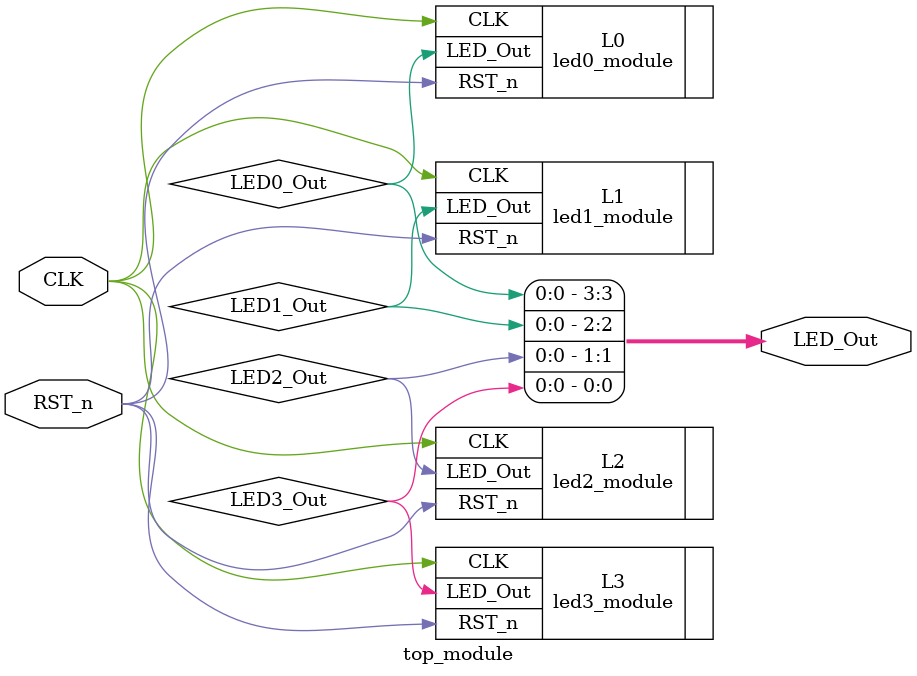
<source format=v>
`timescale 1ns / 1ps
module top_module(
    input CLK,
    input RST_n,
    output [3:0] LED_Out
    );
    
    wire LED0_Out;
    wire LED1_Out;
    wire LED2_Out;
    wire LED3_Out;
    
    led0_module L0(.CLK(CLK), .RST_n(RST_n), .LED_Out(LED0_Out));
    led1_module L1(.CLK(CLK), .RST_n(RST_n), .LED_Out(LED1_Out));
    led2_module L2(.CLK(CLK), .RST_n(RST_n), .LED_Out(LED2_Out));
    led3_module L3(.CLK(CLK), .RST_n(RST_n), .LED_Out(LED3_Out));
    
    assign LED_Out = {LED0_Out, LED1_Out, LED2_Out, LED3_Out};

endmodule

</source>
